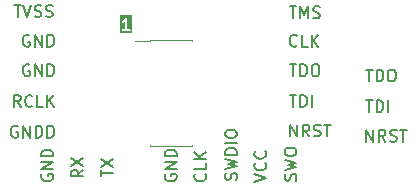
<source format=gbr>
%TF.GenerationSoftware,KiCad,Pcbnew,7.0.8-7.0.8~ubuntu22.04.1*%
%TF.CreationDate,2023-10-09T22:32:54+02:00*%
%TF.ProjectId,st_adap,73745f61-6461-4702-9e6b-696361645f70,rev?*%
%TF.SameCoordinates,Original*%
%TF.FileFunction,Legend,Top*%
%TF.FilePolarity,Positive*%
%FSLAX46Y46*%
G04 Gerber Fmt 4.6, Leading zero omitted, Abs format (unit mm)*
G04 Created by KiCad (PCBNEW 7.0.8-7.0.8~ubuntu22.04.1) date 2023-10-09 22:32:54*
%MOMM*%
%LPD*%
G01*
G04 APERTURE LIST*
%ADD10C,0.153000*%
%ADD11C,0.200000*%
%ADD12C,0.120000*%
G04 APERTURE END LIST*
D10*
X224445895Y-103019663D02*
X225017323Y-103019663D01*
X224731609Y-104019663D02*
X224731609Y-103019663D01*
X225350657Y-104019663D02*
X225350657Y-103019663D01*
X225350657Y-103019663D02*
X225588752Y-103019663D01*
X225588752Y-103019663D02*
X225731609Y-103067282D01*
X225731609Y-103067282D02*
X225826847Y-103162520D01*
X225826847Y-103162520D02*
X225874466Y-103257758D01*
X225874466Y-103257758D02*
X225922085Y-103448234D01*
X225922085Y-103448234D02*
X225922085Y-103591091D01*
X225922085Y-103591091D02*
X225874466Y-103781567D01*
X225874466Y-103781567D02*
X225826847Y-103876805D01*
X225826847Y-103876805D02*
X225731609Y-103972044D01*
X225731609Y-103972044D02*
X225588752Y-104019663D01*
X225588752Y-104019663D02*
X225350657Y-104019663D01*
X226541133Y-103019663D02*
X226731609Y-103019663D01*
X226731609Y-103019663D02*
X226826847Y-103067282D01*
X226826847Y-103067282D02*
X226922085Y-103162520D01*
X226922085Y-103162520D02*
X226969704Y-103352996D01*
X226969704Y-103352996D02*
X226969704Y-103686329D01*
X226969704Y-103686329D02*
X226922085Y-103876805D01*
X226922085Y-103876805D02*
X226826847Y-103972044D01*
X226826847Y-103972044D02*
X226731609Y-104019663D01*
X226731609Y-104019663D02*
X226541133Y-104019663D01*
X226541133Y-104019663D02*
X226445895Y-103972044D01*
X226445895Y-103972044D02*
X226350657Y-103876805D01*
X226350657Y-103876805D02*
X226303038Y-103686329D01*
X226303038Y-103686329D02*
X226303038Y-103352996D01*
X226303038Y-103352996D02*
X226350657Y-103162520D01*
X226350657Y-103162520D02*
X226445895Y-103067282D01*
X226445895Y-103067282D02*
X226541133Y-103019663D01*
X224445895Y-105619663D02*
X225017323Y-105619663D01*
X224731609Y-106619663D02*
X224731609Y-105619663D01*
X225350657Y-106619663D02*
X225350657Y-105619663D01*
X225350657Y-105619663D02*
X225588752Y-105619663D01*
X225588752Y-105619663D02*
X225731609Y-105667282D01*
X225731609Y-105667282D02*
X225826847Y-105762520D01*
X225826847Y-105762520D02*
X225874466Y-105857758D01*
X225874466Y-105857758D02*
X225922085Y-106048234D01*
X225922085Y-106048234D02*
X225922085Y-106191091D01*
X225922085Y-106191091D02*
X225874466Y-106381567D01*
X225874466Y-106381567D02*
X225826847Y-106476805D01*
X225826847Y-106476805D02*
X225731609Y-106572044D01*
X225731609Y-106572044D02*
X225588752Y-106619663D01*
X225588752Y-106619663D02*
X225350657Y-106619663D01*
X226350657Y-106619663D02*
X226350657Y-105619663D01*
X224488752Y-109119663D02*
X224488752Y-108119663D01*
X224488752Y-108119663D02*
X225060180Y-109119663D01*
X225060180Y-109119663D02*
X225060180Y-108119663D01*
X226107799Y-109119663D02*
X225774466Y-108643472D01*
X225536371Y-109119663D02*
X225536371Y-108119663D01*
X225536371Y-108119663D02*
X225917323Y-108119663D01*
X225917323Y-108119663D02*
X226012561Y-108167282D01*
X226012561Y-108167282D02*
X226060180Y-108214901D01*
X226060180Y-108214901D02*
X226107799Y-108310139D01*
X226107799Y-108310139D02*
X226107799Y-108452996D01*
X226107799Y-108452996D02*
X226060180Y-108548234D01*
X226060180Y-108548234D02*
X226012561Y-108595853D01*
X226012561Y-108595853D02*
X225917323Y-108643472D01*
X225917323Y-108643472D02*
X225536371Y-108643472D01*
X226488752Y-109072044D02*
X226631609Y-109119663D01*
X226631609Y-109119663D02*
X226869704Y-109119663D01*
X226869704Y-109119663D02*
X226964942Y-109072044D01*
X226964942Y-109072044D02*
X227012561Y-109024424D01*
X227012561Y-109024424D02*
X227060180Y-108929186D01*
X227060180Y-108929186D02*
X227060180Y-108833948D01*
X227060180Y-108833948D02*
X227012561Y-108738710D01*
X227012561Y-108738710D02*
X226964942Y-108691091D01*
X226964942Y-108691091D02*
X226869704Y-108643472D01*
X226869704Y-108643472D02*
X226679228Y-108595853D01*
X226679228Y-108595853D02*
X226583990Y-108548234D01*
X226583990Y-108548234D02*
X226536371Y-108500615D01*
X226536371Y-108500615D02*
X226488752Y-108405377D01*
X226488752Y-108405377D02*
X226488752Y-108310139D01*
X226488752Y-108310139D02*
X226536371Y-108214901D01*
X226536371Y-108214901D02*
X226583990Y-108167282D01*
X226583990Y-108167282D02*
X226679228Y-108119663D01*
X226679228Y-108119663D02*
X226917323Y-108119663D01*
X226917323Y-108119663D02*
X227060180Y-108167282D01*
X227345895Y-108119663D02*
X227917323Y-108119663D01*
X227631609Y-109119663D02*
X227631609Y-108119663D01*
X202019663Y-112054104D02*
X202019663Y-111482676D01*
X203019663Y-111768390D02*
X202019663Y-111768390D01*
X202019663Y-111244580D02*
X203019663Y-110577914D01*
X202019663Y-110577914D02*
X203019663Y-111244580D01*
X200519663Y-111489819D02*
X200043472Y-111823152D01*
X200519663Y-112061247D02*
X199519663Y-112061247D01*
X199519663Y-112061247D02*
X199519663Y-111680295D01*
X199519663Y-111680295D02*
X199567282Y-111585057D01*
X199567282Y-111585057D02*
X199614901Y-111537438D01*
X199614901Y-111537438D02*
X199710139Y-111489819D01*
X199710139Y-111489819D02*
X199852996Y-111489819D01*
X199852996Y-111489819D02*
X199948234Y-111537438D01*
X199948234Y-111537438D02*
X199995853Y-111585057D01*
X199995853Y-111585057D02*
X200043472Y-111680295D01*
X200043472Y-111680295D02*
X200043472Y-112061247D01*
X199519663Y-111156485D02*
X200519663Y-110489819D01*
X199519663Y-110489819D02*
X200519663Y-111156485D01*
X197017282Y-111887438D02*
X196969663Y-111982676D01*
X196969663Y-111982676D02*
X196969663Y-112125533D01*
X196969663Y-112125533D02*
X197017282Y-112268390D01*
X197017282Y-112268390D02*
X197112520Y-112363628D01*
X197112520Y-112363628D02*
X197207758Y-112411247D01*
X197207758Y-112411247D02*
X197398234Y-112458866D01*
X197398234Y-112458866D02*
X197541091Y-112458866D01*
X197541091Y-112458866D02*
X197731567Y-112411247D01*
X197731567Y-112411247D02*
X197826805Y-112363628D01*
X197826805Y-112363628D02*
X197922044Y-112268390D01*
X197922044Y-112268390D02*
X197969663Y-112125533D01*
X197969663Y-112125533D02*
X197969663Y-112030295D01*
X197969663Y-112030295D02*
X197922044Y-111887438D01*
X197922044Y-111887438D02*
X197874424Y-111839819D01*
X197874424Y-111839819D02*
X197541091Y-111839819D01*
X197541091Y-111839819D02*
X197541091Y-112030295D01*
X197969663Y-111411247D02*
X196969663Y-111411247D01*
X196969663Y-111411247D02*
X197969663Y-110839819D01*
X197969663Y-110839819D02*
X196969663Y-110839819D01*
X197969663Y-110363628D02*
X196969663Y-110363628D01*
X196969663Y-110363628D02*
X196969663Y-110125533D01*
X196969663Y-110125533D02*
X197017282Y-109982676D01*
X197017282Y-109982676D02*
X197112520Y-109887438D01*
X197112520Y-109887438D02*
X197207758Y-109839819D01*
X197207758Y-109839819D02*
X197398234Y-109792200D01*
X197398234Y-109792200D02*
X197541091Y-109792200D01*
X197541091Y-109792200D02*
X197731567Y-109839819D01*
X197731567Y-109839819D02*
X197826805Y-109887438D01*
X197826805Y-109887438D02*
X197922044Y-109982676D01*
X197922044Y-109982676D02*
X197969663Y-110125533D01*
X197969663Y-110125533D02*
X197969663Y-110363628D01*
X207467282Y-111887438D02*
X207419663Y-111982676D01*
X207419663Y-111982676D02*
X207419663Y-112125533D01*
X207419663Y-112125533D02*
X207467282Y-112268390D01*
X207467282Y-112268390D02*
X207562520Y-112363628D01*
X207562520Y-112363628D02*
X207657758Y-112411247D01*
X207657758Y-112411247D02*
X207848234Y-112458866D01*
X207848234Y-112458866D02*
X207991091Y-112458866D01*
X207991091Y-112458866D02*
X208181567Y-112411247D01*
X208181567Y-112411247D02*
X208276805Y-112363628D01*
X208276805Y-112363628D02*
X208372044Y-112268390D01*
X208372044Y-112268390D02*
X208419663Y-112125533D01*
X208419663Y-112125533D02*
X208419663Y-112030295D01*
X208419663Y-112030295D02*
X208372044Y-111887438D01*
X208372044Y-111887438D02*
X208324424Y-111839819D01*
X208324424Y-111839819D02*
X207991091Y-111839819D01*
X207991091Y-111839819D02*
X207991091Y-112030295D01*
X208419663Y-111411247D02*
X207419663Y-111411247D01*
X207419663Y-111411247D02*
X208419663Y-110839819D01*
X208419663Y-110839819D02*
X207419663Y-110839819D01*
X208419663Y-110363628D02*
X207419663Y-110363628D01*
X207419663Y-110363628D02*
X207419663Y-110125533D01*
X207419663Y-110125533D02*
X207467282Y-109982676D01*
X207467282Y-109982676D02*
X207562520Y-109887438D01*
X207562520Y-109887438D02*
X207657758Y-109839819D01*
X207657758Y-109839819D02*
X207848234Y-109792200D01*
X207848234Y-109792200D02*
X207991091Y-109792200D01*
X207991091Y-109792200D02*
X208181567Y-109839819D01*
X208181567Y-109839819D02*
X208276805Y-109887438D01*
X208276805Y-109887438D02*
X208372044Y-109982676D01*
X208372044Y-109982676D02*
X208419663Y-110125533D01*
X208419663Y-110125533D02*
X208419663Y-110363628D01*
X210824424Y-111839819D02*
X210872044Y-111887438D01*
X210872044Y-111887438D02*
X210919663Y-112030295D01*
X210919663Y-112030295D02*
X210919663Y-112125533D01*
X210919663Y-112125533D02*
X210872044Y-112268390D01*
X210872044Y-112268390D02*
X210776805Y-112363628D01*
X210776805Y-112363628D02*
X210681567Y-112411247D01*
X210681567Y-112411247D02*
X210491091Y-112458866D01*
X210491091Y-112458866D02*
X210348234Y-112458866D01*
X210348234Y-112458866D02*
X210157758Y-112411247D01*
X210157758Y-112411247D02*
X210062520Y-112363628D01*
X210062520Y-112363628D02*
X209967282Y-112268390D01*
X209967282Y-112268390D02*
X209919663Y-112125533D01*
X209919663Y-112125533D02*
X209919663Y-112030295D01*
X209919663Y-112030295D02*
X209967282Y-111887438D01*
X209967282Y-111887438D02*
X210014901Y-111839819D01*
X210919663Y-110935057D02*
X210919663Y-111411247D01*
X210919663Y-111411247D02*
X209919663Y-111411247D01*
X210919663Y-110601723D02*
X209919663Y-110601723D01*
X210919663Y-110030295D02*
X210348234Y-110458866D01*
X209919663Y-110030295D02*
X210491091Y-110601723D01*
X213472044Y-112358866D02*
X213519663Y-112216009D01*
X213519663Y-112216009D02*
X213519663Y-111977914D01*
X213519663Y-111977914D02*
X213472044Y-111882676D01*
X213472044Y-111882676D02*
X213424424Y-111835057D01*
X213424424Y-111835057D02*
X213329186Y-111787438D01*
X213329186Y-111787438D02*
X213233948Y-111787438D01*
X213233948Y-111787438D02*
X213138710Y-111835057D01*
X213138710Y-111835057D02*
X213091091Y-111882676D01*
X213091091Y-111882676D02*
X213043472Y-111977914D01*
X213043472Y-111977914D02*
X212995853Y-112168390D01*
X212995853Y-112168390D02*
X212948234Y-112263628D01*
X212948234Y-112263628D02*
X212900615Y-112311247D01*
X212900615Y-112311247D02*
X212805377Y-112358866D01*
X212805377Y-112358866D02*
X212710139Y-112358866D01*
X212710139Y-112358866D02*
X212614901Y-112311247D01*
X212614901Y-112311247D02*
X212567282Y-112263628D01*
X212567282Y-112263628D02*
X212519663Y-112168390D01*
X212519663Y-112168390D02*
X212519663Y-111930295D01*
X212519663Y-111930295D02*
X212567282Y-111787438D01*
X212519663Y-111454104D02*
X213519663Y-111216009D01*
X213519663Y-111216009D02*
X212805377Y-111025533D01*
X212805377Y-111025533D02*
X213519663Y-110835057D01*
X213519663Y-110835057D02*
X212519663Y-110596962D01*
X213519663Y-110216009D02*
X212519663Y-110216009D01*
X212519663Y-110216009D02*
X212519663Y-109977914D01*
X212519663Y-109977914D02*
X212567282Y-109835057D01*
X212567282Y-109835057D02*
X212662520Y-109739819D01*
X212662520Y-109739819D02*
X212757758Y-109692200D01*
X212757758Y-109692200D02*
X212948234Y-109644581D01*
X212948234Y-109644581D02*
X213091091Y-109644581D01*
X213091091Y-109644581D02*
X213281567Y-109692200D01*
X213281567Y-109692200D02*
X213376805Y-109739819D01*
X213376805Y-109739819D02*
X213472044Y-109835057D01*
X213472044Y-109835057D02*
X213519663Y-109977914D01*
X213519663Y-109977914D02*
X213519663Y-110216009D01*
X213519663Y-109216009D02*
X212519663Y-109216009D01*
X212519663Y-108549343D02*
X212519663Y-108358867D01*
X212519663Y-108358867D02*
X212567282Y-108263629D01*
X212567282Y-108263629D02*
X212662520Y-108168391D01*
X212662520Y-108168391D02*
X212852996Y-108120772D01*
X212852996Y-108120772D02*
X213186329Y-108120772D01*
X213186329Y-108120772D02*
X213376805Y-108168391D01*
X213376805Y-108168391D02*
X213472044Y-108263629D01*
X213472044Y-108263629D02*
X213519663Y-108358867D01*
X213519663Y-108358867D02*
X213519663Y-108549343D01*
X213519663Y-108549343D02*
X213472044Y-108644581D01*
X213472044Y-108644581D02*
X213376805Y-108739819D01*
X213376805Y-108739819D02*
X213186329Y-108787438D01*
X213186329Y-108787438D02*
X212852996Y-108787438D01*
X212852996Y-108787438D02*
X212662520Y-108739819D01*
X212662520Y-108739819D02*
X212567282Y-108644581D01*
X212567282Y-108644581D02*
X212519663Y-108549343D01*
X215019663Y-112504104D02*
X216019663Y-112170771D01*
X216019663Y-112170771D02*
X215019663Y-111837438D01*
X215924424Y-110932676D02*
X215972044Y-110980295D01*
X215972044Y-110980295D02*
X216019663Y-111123152D01*
X216019663Y-111123152D02*
X216019663Y-111218390D01*
X216019663Y-111218390D02*
X215972044Y-111361247D01*
X215972044Y-111361247D02*
X215876805Y-111456485D01*
X215876805Y-111456485D02*
X215781567Y-111504104D01*
X215781567Y-111504104D02*
X215591091Y-111551723D01*
X215591091Y-111551723D02*
X215448234Y-111551723D01*
X215448234Y-111551723D02*
X215257758Y-111504104D01*
X215257758Y-111504104D02*
X215162520Y-111456485D01*
X215162520Y-111456485D02*
X215067282Y-111361247D01*
X215067282Y-111361247D02*
X215019663Y-111218390D01*
X215019663Y-111218390D02*
X215019663Y-111123152D01*
X215019663Y-111123152D02*
X215067282Y-110980295D01*
X215067282Y-110980295D02*
X215114901Y-110932676D01*
X215924424Y-109932676D02*
X215972044Y-109980295D01*
X215972044Y-109980295D02*
X216019663Y-110123152D01*
X216019663Y-110123152D02*
X216019663Y-110218390D01*
X216019663Y-110218390D02*
X215972044Y-110361247D01*
X215972044Y-110361247D02*
X215876805Y-110456485D01*
X215876805Y-110456485D02*
X215781567Y-110504104D01*
X215781567Y-110504104D02*
X215591091Y-110551723D01*
X215591091Y-110551723D02*
X215448234Y-110551723D01*
X215448234Y-110551723D02*
X215257758Y-110504104D01*
X215257758Y-110504104D02*
X215162520Y-110456485D01*
X215162520Y-110456485D02*
X215067282Y-110361247D01*
X215067282Y-110361247D02*
X215019663Y-110218390D01*
X215019663Y-110218390D02*
X215019663Y-110123152D01*
X215019663Y-110123152D02*
X215067282Y-109980295D01*
X215067282Y-109980295D02*
X215114901Y-109932676D01*
X218522044Y-112408866D02*
X218569663Y-112266009D01*
X218569663Y-112266009D02*
X218569663Y-112027914D01*
X218569663Y-112027914D02*
X218522044Y-111932676D01*
X218522044Y-111932676D02*
X218474424Y-111885057D01*
X218474424Y-111885057D02*
X218379186Y-111837438D01*
X218379186Y-111837438D02*
X218283948Y-111837438D01*
X218283948Y-111837438D02*
X218188710Y-111885057D01*
X218188710Y-111885057D02*
X218141091Y-111932676D01*
X218141091Y-111932676D02*
X218093472Y-112027914D01*
X218093472Y-112027914D02*
X218045853Y-112218390D01*
X218045853Y-112218390D02*
X217998234Y-112313628D01*
X217998234Y-112313628D02*
X217950615Y-112361247D01*
X217950615Y-112361247D02*
X217855377Y-112408866D01*
X217855377Y-112408866D02*
X217760139Y-112408866D01*
X217760139Y-112408866D02*
X217664901Y-112361247D01*
X217664901Y-112361247D02*
X217617282Y-112313628D01*
X217617282Y-112313628D02*
X217569663Y-112218390D01*
X217569663Y-112218390D02*
X217569663Y-111980295D01*
X217569663Y-111980295D02*
X217617282Y-111837438D01*
X217569663Y-111504104D02*
X218569663Y-111266009D01*
X218569663Y-111266009D02*
X217855377Y-111075533D01*
X217855377Y-111075533D02*
X218569663Y-110885057D01*
X218569663Y-110885057D02*
X217569663Y-110646962D01*
X217569663Y-110075533D02*
X217569663Y-109885057D01*
X217569663Y-109885057D02*
X217617282Y-109789819D01*
X217617282Y-109789819D02*
X217712520Y-109694581D01*
X217712520Y-109694581D02*
X217902996Y-109646962D01*
X217902996Y-109646962D02*
X218236329Y-109646962D01*
X218236329Y-109646962D02*
X218426805Y-109694581D01*
X218426805Y-109694581D02*
X218522044Y-109789819D01*
X218522044Y-109789819D02*
X218569663Y-109885057D01*
X218569663Y-109885057D02*
X218569663Y-110075533D01*
X218569663Y-110075533D02*
X218522044Y-110170771D01*
X218522044Y-110170771D02*
X218426805Y-110266009D01*
X218426805Y-110266009D02*
X218236329Y-110313628D01*
X218236329Y-110313628D02*
X217902996Y-110313628D01*
X217902996Y-110313628D02*
X217712520Y-110266009D01*
X217712520Y-110266009D02*
X217617282Y-110170771D01*
X217617282Y-110170771D02*
X217569663Y-110075533D01*
X194695895Y-97569663D02*
X195267323Y-97569663D01*
X194981609Y-98569663D02*
X194981609Y-97569663D01*
X195457800Y-97569663D02*
X195791133Y-98569663D01*
X195791133Y-98569663D02*
X196124466Y-97569663D01*
X196410181Y-98522044D02*
X196553038Y-98569663D01*
X196553038Y-98569663D02*
X196791133Y-98569663D01*
X196791133Y-98569663D02*
X196886371Y-98522044D01*
X196886371Y-98522044D02*
X196933990Y-98474424D01*
X196933990Y-98474424D02*
X196981609Y-98379186D01*
X196981609Y-98379186D02*
X196981609Y-98283948D01*
X196981609Y-98283948D02*
X196933990Y-98188710D01*
X196933990Y-98188710D02*
X196886371Y-98141091D01*
X196886371Y-98141091D02*
X196791133Y-98093472D01*
X196791133Y-98093472D02*
X196600657Y-98045853D01*
X196600657Y-98045853D02*
X196505419Y-97998234D01*
X196505419Y-97998234D02*
X196457800Y-97950615D01*
X196457800Y-97950615D02*
X196410181Y-97855377D01*
X196410181Y-97855377D02*
X196410181Y-97760139D01*
X196410181Y-97760139D02*
X196457800Y-97664901D01*
X196457800Y-97664901D02*
X196505419Y-97617282D01*
X196505419Y-97617282D02*
X196600657Y-97569663D01*
X196600657Y-97569663D02*
X196838752Y-97569663D01*
X196838752Y-97569663D02*
X196981609Y-97617282D01*
X197362562Y-98522044D02*
X197505419Y-98569663D01*
X197505419Y-98569663D02*
X197743514Y-98569663D01*
X197743514Y-98569663D02*
X197838752Y-98522044D01*
X197838752Y-98522044D02*
X197886371Y-98474424D01*
X197886371Y-98474424D02*
X197933990Y-98379186D01*
X197933990Y-98379186D02*
X197933990Y-98283948D01*
X197933990Y-98283948D02*
X197886371Y-98188710D01*
X197886371Y-98188710D02*
X197838752Y-98141091D01*
X197838752Y-98141091D02*
X197743514Y-98093472D01*
X197743514Y-98093472D02*
X197553038Y-98045853D01*
X197553038Y-98045853D02*
X197457800Y-97998234D01*
X197457800Y-97998234D02*
X197410181Y-97950615D01*
X197410181Y-97950615D02*
X197362562Y-97855377D01*
X197362562Y-97855377D02*
X197362562Y-97760139D01*
X197362562Y-97760139D02*
X197410181Y-97664901D01*
X197410181Y-97664901D02*
X197457800Y-97617282D01*
X197457800Y-97617282D02*
X197553038Y-97569663D01*
X197553038Y-97569663D02*
X197791133Y-97569663D01*
X197791133Y-97569663D02*
X197933990Y-97617282D01*
X195962561Y-102617282D02*
X195867323Y-102569663D01*
X195867323Y-102569663D02*
X195724466Y-102569663D01*
X195724466Y-102569663D02*
X195581609Y-102617282D01*
X195581609Y-102617282D02*
X195486371Y-102712520D01*
X195486371Y-102712520D02*
X195438752Y-102807758D01*
X195438752Y-102807758D02*
X195391133Y-102998234D01*
X195391133Y-102998234D02*
X195391133Y-103141091D01*
X195391133Y-103141091D02*
X195438752Y-103331567D01*
X195438752Y-103331567D02*
X195486371Y-103426805D01*
X195486371Y-103426805D02*
X195581609Y-103522044D01*
X195581609Y-103522044D02*
X195724466Y-103569663D01*
X195724466Y-103569663D02*
X195819704Y-103569663D01*
X195819704Y-103569663D02*
X195962561Y-103522044D01*
X195962561Y-103522044D02*
X196010180Y-103474424D01*
X196010180Y-103474424D02*
X196010180Y-103141091D01*
X196010180Y-103141091D02*
X195819704Y-103141091D01*
X196438752Y-103569663D02*
X196438752Y-102569663D01*
X196438752Y-102569663D02*
X197010180Y-103569663D01*
X197010180Y-103569663D02*
X197010180Y-102569663D01*
X197486371Y-103569663D02*
X197486371Y-102569663D01*
X197486371Y-102569663D02*
X197724466Y-102569663D01*
X197724466Y-102569663D02*
X197867323Y-102617282D01*
X197867323Y-102617282D02*
X197962561Y-102712520D01*
X197962561Y-102712520D02*
X198010180Y-102807758D01*
X198010180Y-102807758D02*
X198057799Y-102998234D01*
X198057799Y-102998234D02*
X198057799Y-103141091D01*
X198057799Y-103141091D02*
X198010180Y-103331567D01*
X198010180Y-103331567D02*
X197962561Y-103426805D01*
X197962561Y-103426805D02*
X197867323Y-103522044D01*
X197867323Y-103522044D02*
X197724466Y-103569663D01*
X197724466Y-103569663D02*
X197486371Y-103569663D01*
X195210180Y-106169663D02*
X194876847Y-105693472D01*
X194638752Y-106169663D02*
X194638752Y-105169663D01*
X194638752Y-105169663D02*
X195019704Y-105169663D01*
X195019704Y-105169663D02*
X195114942Y-105217282D01*
X195114942Y-105217282D02*
X195162561Y-105264901D01*
X195162561Y-105264901D02*
X195210180Y-105360139D01*
X195210180Y-105360139D02*
X195210180Y-105502996D01*
X195210180Y-105502996D02*
X195162561Y-105598234D01*
X195162561Y-105598234D02*
X195114942Y-105645853D01*
X195114942Y-105645853D02*
X195019704Y-105693472D01*
X195019704Y-105693472D02*
X194638752Y-105693472D01*
X196210180Y-106074424D02*
X196162561Y-106122044D01*
X196162561Y-106122044D02*
X196019704Y-106169663D01*
X196019704Y-106169663D02*
X195924466Y-106169663D01*
X195924466Y-106169663D02*
X195781609Y-106122044D01*
X195781609Y-106122044D02*
X195686371Y-106026805D01*
X195686371Y-106026805D02*
X195638752Y-105931567D01*
X195638752Y-105931567D02*
X195591133Y-105741091D01*
X195591133Y-105741091D02*
X195591133Y-105598234D01*
X195591133Y-105598234D02*
X195638752Y-105407758D01*
X195638752Y-105407758D02*
X195686371Y-105312520D01*
X195686371Y-105312520D02*
X195781609Y-105217282D01*
X195781609Y-105217282D02*
X195924466Y-105169663D01*
X195924466Y-105169663D02*
X196019704Y-105169663D01*
X196019704Y-105169663D02*
X196162561Y-105217282D01*
X196162561Y-105217282D02*
X196210180Y-105264901D01*
X197114942Y-106169663D02*
X196638752Y-106169663D01*
X196638752Y-106169663D02*
X196638752Y-105169663D01*
X197448276Y-106169663D02*
X197448276Y-105169663D01*
X198019704Y-106169663D02*
X197591133Y-105598234D01*
X198019704Y-105169663D02*
X197448276Y-105741091D01*
X195962561Y-100117282D02*
X195867323Y-100069663D01*
X195867323Y-100069663D02*
X195724466Y-100069663D01*
X195724466Y-100069663D02*
X195581609Y-100117282D01*
X195581609Y-100117282D02*
X195486371Y-100212520D01*
X195486371Y-100212520D02*
X195438752Y-100307758D01*
X195438752Y-100307758D02*
X195391133Y-100498234D01*
X195391133Y-100498234D02*
X195391133Y-100641091D01*
X195391133Y-100641091D02*
X195438752Y-100831567D01*
X195438752Y-100831567D02*
X195486371Y-100926805D01*
X195486371Y-100926805D02*
X195581609Y-101022044D01*
X195581609Y-101022044D02*
X195724466Y-101069663D01*
X195724466Y-101069663D02*
X195819704Y-101069663D01*
X195819704Y-101069663D02*
X195962561Y-101022044D01*
X195962561Y-101022044D02*
X196010180Y-100974424D01*
X196010180Y-100974424D02*
X196010180Y-100641091D01*
X196010180Y-100641091D02*
X195819704Y-100641091D01*
X196438752Y-101069663D02*
X196438752Y-100069663D01*
X196438752Y-100069663D02*
X197010180Y-101069663D01*
X197010180Y-101069663D02*
X197010180Y-100069663D01*
X197486371Y-101069663D02*
X197486371Y-100069663D01*
X197486371Y-100069663D02*
X197724466Y-100069663D01*
X197724466Y-100069663D02*
X197867323Y-100117282D01*
X197867323Y-100117282D02*
X197962561Y-100212520D01*
X197962561Y-100212520D02*
X198010180Y-100307758D01*
X198010180Y-100307758D02*
X198057799Y-100498234D01*
X198057799Y-100498234D02*
X198057799Y-100641091D01*
X198057799Y-100641091D02*
X198010180Y-100831567D01*
X198010180Y-100831567D02*
X197962561Y-100926805D01*
X197962561Y-100926805D02*
X197867323Y-101022044D01*
X197867323Y-101022044D02*
X197724466Y-101069663D01*
X197724466Y-101069663D02*
X197486371Y-101069663D01*
X194962561Y-107817282D02*
X194867323Y-107769663D01*
X194867323Y-107769663D02*
X194724466Y-107769663D01*
X194724466Y-107769663D02*
X194581609Y-107817282D01*
X194581609Y-107817282D02*
X194486371Y-107912520D01*
X194486371Y-107912520D02*
X194438752Y-108007758D01*
X194438752Y-108007758D02*
X194391133Y-108198234D01*
X194391133Y-108198234D02*
X194391133Y-108341091D01*
X194391133Y-108341091D02*
X194438752Y-108531567D01*
X194438752Y-108531567D02*
X194486371Y-108626805D01*
X194486371Y-108626805D02*
X194581609Y-108722044D01*
X194581609Y-108722044D02*
X194724466Y-108769663D01*
X194724466Y-108769663D02*
X194819704Y-108769663D01*
X194819704Y-108769663D02*
X194962561Y-108722044D01*
X194962561Y-108722044D02*
X195010180Y-108674424D01*
X195010180Y-108674424D02*
X195010180Y-108341091D01*
X195010180Y-108341091D02*
X194819704Y-108341091D01*
X195438752Y-108769663D02*
X195438752Y-107769663D01*
X195438752Y-107769663D02*
X196010180Y-108769663D01*
X196010180Y-108769663D02*
X196010180Y-107769663D01*
X196486371Y-108769663D02*
X196486371Y-107769663D01*
X196486371Y-107769663D02*
X196724466Y-107769663D01*
X196724466Y-107769663D02*
X196867323Y-107817282D01*
X196867323Y-107817282D02*
X196962561Y-107912520D01*
X196962561Y-107912520D02*
X197010180Y-108007758D01*
X197010180Y-108007758D02*
X197057799Y-108198234D01*
X197057799Y-108198234D02*
X197057799Y-108341091D01*
X197057799Y-108341091D02*
X197010180Y-108531567D01*
X197010180Y-108531567D02*
X196962561Y-108626805D01*
X196962561Y-108626805D02*
X196867323Y-108722044D01*
X196867323Y-108722044D02*
X196724466Y-108769663D01*
X196724466Y-108769663D02*
X196486371Y-108769663D01*
X197486371Y-108769663D02*
X197486371Y-107769663D01*
X197486371Y-107769663D02*
X197724466Y-107769663D01*
X197724466Y-107769663D02*
X197867323Y-107817282D01*
X197867323Y-107817282D02*
X197962561Y-107912520D01*
X197962561Y-107912520D02*
X198010180Y-108007758D01*
X198010180Y-108007758D02*
X198057799Y-108198234D01*
X198057799Y-108198234D02*
X198057799Y-108341091D01*
X198057799Y-108341091D02*
X198010180Y-108531567D01*
X198010180Y-108531567D02*
X197962561Y-108626805D01*
X197962561Y-108626805D02*
X197867323Y-108722044D01*
X197867323Y-108722044D02*
X197724466Y-108769663D01*
X197724466Y-108769663D02*
X197486371Y-108769663D01*
X218038752Y-108669663D02*
X218038752Y-107669663D01*
X218038752Y-107669663D02*
X218610180Y-108669663D01*
X218610180Y-108669663D02*
X218610180Y-107669663D01*
X219657799Y-108669663D02*
X219324466Y-108193472D01*
X219086371Y-108669663D02*
X219086371Y-107669663D01*
X219086371Y-107669663D02*
X219467323Y-107669663D01*
X219467323Y-107669663D02*
X219562561Y-107717282D01*
X219562561Y-107717282D02*
X219610180Y-107764901D01*
X219610180Y-107764901D02*
X219657799Y-107860139D01*
X219657799Y-107860139D02*
X219657799Y-108002996D01*
X219657799Y-108002996D02*
X219610180Y-108098234D01*
X219610180Y-108098234D02*
X219562561Y-108145853D01*
X219562561Y-108145853D02*
X219467323Y-108193472D01*
X219467323Y-108193472D02*
X219086371Y-108193472D01*
X220038752Y-108622044D02*
X220181609Y-108669663D01*
X220181609Y-108669663D02*
X220419704Y-108669663D01*
X220419704Y-108669663D02*
X220514942Y-108622044D01*
X220514942Y-108622044D02*
X220562561Y-108574424D01*
X220562561Y-108574424D02*
X220610180Y-108479186D01*
X220610180Y-108479186D02*
X220610180Y-108383948D01*
X220610180Y-108383948D02*
X220562561Y-108288710D01*
X220562561Y-108288710D02*
X220514942Y-108241091D01*
X220514942Y-108241091D02*
X220419704Y-108193472D01*
X220419704Y-108193472D02*
X220229228Y-108145853D01*
X220229228Y-108145853D02*
X220133990Y-108098234D01*
X220133990Y-108098234D02*
X220086371Y-108050615D01*
X220086371Y-108050615D02*
X220038752Y-107955377D01*
X220038752Y-107955377D02*
X220038752Y-107860139D01*
X220038752Y-107860139D02*
X220086371Y-107764901D01*
X220086371Y-107764901D02*
X220133990Y-107717282D01*
X220133990Y-107717282D02*
X220229228Y-107669663D01*
X220229228Y-107669663D02*
X220467323Y-107669663D01*
X220467323Y-107669663D02*
X220610180Y-107717282D01*
X220895895Y-107669663D02*
X221467323Y-107669663D01*
X221181609Y-108669663D02*
X221181609Y-107669663D01*
X217995895Y-105169663D02*
X218567323Y-105169663D01*
X218281609Y-106169663D02*
X218281609Y-105169663D01*
X218900657Y-106169663D02*
X218900657Y-105169663D01*
X218900657Y-105169663D02*
X219138752Y-105169663D01*
X219138752Y-105169663D02*
X219281609Y-105217282D01*
X219281609Y-105217282D02*
X219376847Y-105312520D01*
X219376847Y-105312520D02*
X219424466Y-105407758D01*
X219424466Y-105407758D02*
X219472085Y-105598234D01*
X219472085Y-105598234D02*
X219472085Y-105741091D01*
X219472085Y-105741091D02*
X219424466Y-105931567D01*
X219424466Y-105931567D02*
X219376847Y-106026805D01*
X219376847Y-106026805D02*
X219281609Y-106122044D01*
X219281609Y-106122044D02*
X219138752Y-106169663D01*
X219138752Y-106169663D02*
X218900657Y-106169663D01*
X219900657Y-106169663D02*
X219900657Y-105169663D01*
X217995895Y-102569663D02*
X218567323Y-102569663D01*
X218281609Y-103569663D02*
X218281609Y-102569663D01*
X218900657Y-103569663D02*
X218900657Y-102569663D01*
X218900657Y-102569663D02*
X219138752Y-102569663D01*
X219138752Y-102569663D02*
X219281609Y-102617282D01*
X219281609Y-102617282D02*
X219376847Y-102712520D01*
X219376847Y-102712520D02*
X219424466Y-102807758D01*
X219424466Y-102807758D02*
X219472085Y-102998234D01*
X219472085Y-102998234D02*
X219472085Y-103141091D01*
X219472085Y-103141091D02*
X219424466Y-103331567D01*
X219424466Y-103331567D02*
X219376847Y-103426805D01*
X219376847Y-103426805D02*
X219281609Y-103522044D01*
X219281609Y-103522044D02*
X219138752Y-103569663D01*
X219138752Y-103569663D02*
X218900657Y-103569663D01*
X220091133Y-102569663D02*
X220281609Y-102569663D01*
X220281609Y-102569663D02*
X220376847Y-102617282D01*
X220376847Y-102617282D02*
X220472085Y-102712520D01*
X220472085Y-102712520D02*
X220519704Y-102902996D01*
X220519704Y-102902996D02*
X220519704Y-103236329D01*
X220519704Y-103236329D02*
X220472085Y-103426805D01*
X220472085Y-103426805D02*
X220376847Y-103522044D01*
X220376847Y-103522044D02*
X220281609Y-103569663D01*
X220281609Y-103569663D02*
X220091133Y-103569663D01*
X220091133Y-103569663D02*
X219995895Y-103522044D01*
X219995895Y-103522044D02*
X219900657Y-103426805D01*
X219900657Y-103426805D02*
X219853038Y-103236329D01*
X219853038Y-103236329D02*
X219853038Y-102902996D01*
X219853038Y-102902996D02*
X219900657Y-102712520D01*
X219900657Y-102712520D02*
X219995895Y-102617282D01*
X219995895Y-102617282D02*
X220091133Y-102569663D01*
X218610180Y-100974424D02*
X218562561Y-101022044D01*
X218562561Y-101022044D02*
X218419704Y-101069663D01*
X218419704Y-101069663D02*
X218324466Y-101069663D01*
X218324466Y-101069663D02*
X218181609Y-101022044D01*
X218181609Y-101022044D02*
X218086371Y-100926805D01*
X218086371Y-100926805D02*
X218038752Y-100831567D01*
X218038752Y-100831567D02*
X217991133Y-100641091D01*
X217991133Y-100641091D02*
X217991133Y-100498234D01*
X217991133Y-100498234D02*
X218038752Y-100307758D01*
X218038752Y-100307758D02*
X218086371Y-100212520D01*
X218086371Y-100212520D02*
X218181609Y-100117282D01*
X218181609Y-100117282D02*
X218324466Y-100069663D01*
X218324466Y-100069663D02*
X218419704Y-100069663D01*
X218419704Y-100069663D02*
X218562561Y-100117282D01*
X218562561Y-100117282D02*
X218610180Y-100164901D01*
X219514942Y-101069663D02*
X219038752Y-101069663D01*
X219038752Y-101069663D02*
X219038752Y-100069663D01*
X219848276Y-101069663D02*
X219848276Y-100069663D01*
X220419704Y-101069663D02*
X219991133Y-100498234D01*
X220419704Y-100069663D02*
X219848276Y-100641091D01*
X217995895Y-97669663D02*
X218567323Y-97669663D01*
X218281609Y-98669663D02*
X218281609Y-97669663D01*
X218900657Y-98669663D02*
X218900657Y-97669663D01*
X218900657Y-97669663D02*
X219233990Y-98383948D01*
X219233990Y-98383948D02*
X219567323Y-97669663D01*
X219567323Y-97669663D02*
X219567323Y-98669663D01*
X219995895Y-98622044D02*
X220138752Y-98669663D01*
X220138752Y-98669663D02*
X220376847Y-98669663D01*
X220376847Y-98669663D02*
X220472085Y-98622044D01*
X220472085Y-98622044D02*
X220519704Y-98574424D01*
X220519704Y-98574424D02*
X220567323Y-98479186D01*
X220567323Y-98479186D02*
X220567323Y-98383948D01*
X220567323Y-98383948D02*
X220519704Y-98288710D01*
X220519704Y-98288710D02*
X220472085Y-98241091D01*
X220472085Y-98241091D02*
X220376847Y-98193472D01*
X220376847Y-98193472D02*
X220186371Y-98145853D01*
X220186371Y-98145853D02*
X220091133Y-98098234D01*
X220091133Y-98098234D02*
X220043514Y-98050615D01*
X220043514Y-98050615D02*
X219995895Y-97955377D01*
X219995895Y-97955377D02*
X219995895Y-97860139D01*
X219995895Y-97860139D02*
X220043514Y-97764901D01*
X220043514Y-97764901D02*
X220091133Y-97717282D01*
X220091133Y-97717282D02*
X220186371Y-97669663D01*
X220186371Y-97669663D02*
X220424466Y-97669663D01*
X220424466Y-97669663D02*
X220567323Y-97717282D01*
D11*
G36*
X204681445Y-99910076D02*
G01*
X203630312Y-99910076D01*
X203630312Y-98967826D01*
X203773169Y-98967826D01*
X203800808Y-99023105D01*
X203855661Y-99051581D01*
X203916775Y-99042376D01*
X204012013Y-98994757D01*
X204023560Y-98983383D01*
X204038003Y-98976025D01*
X204057768Y-98956260D01*
X204057768Y-99567219D01*
X203872054Y-99567219D01*
X203813275Y-99586317D01*
X203776948Y-99636317D01*
X203776948Y-99698121D01*
X203813275Y-99748121D01*
X203872054Y-99767219D01*
X204443482Y-99767219D01*
X204502261Y-99748121D01*
X204538588Y-99698121D01*
X204538588Y-99636317D01*
X204502261Y-99586317D01*
X204443482Y-99567219D01*
X204257768Y-99567219D01*
X204257768Y-98667219D01*
X204257117Y-98665216D01*
X204257687Y-98663188D01*
X204247625Y-98636003D01*
X204238670Y-98608440D01*
X204236965Y-98607201D01*
X204236235Y-98605227D01*
X204212116Y-98589148D01*
X204188670Y-98572113D01*
X204186564Y-98572113D01*
X204184811Y-98570944D01*
X204155831Y-98572113D01*
X204126866Y-98572113D01*
X204125163Y-98573350D01*
X204123058Y-98573435D01*
X204100314Y-98591403D01*
X204076866Y-98608440D01*
X204076214Y-98610443D01*
X204074563Y-98611749D01*
X203984819Y-98746365D01*
X203908055Y-98823128D01*
X203827333Y-98863490D01*
X203783300Y-98906859D01*
X203773169Y-98967826D01*
X203630312Y-98967826D01*
X203630312Y-98428087D01*
X204681445Y-98428087D01*
X204681445Y-99910076D01*
G37*
D12*
%TO.C,J1*%
X206185000Y-100495000D02*
X206185000Y-100560000D01*
X209715000Y-109440000D02*
X209715000Y-109505000D01*
X204860000Y-100560000D02*
X206185000Y-100560000D01*
X209715000Y-100495000D02*
X209715000Y-100560000D01*
X206185000Y-100495000D02*
X209715000Y-100495000D01*
X206185000Y-109440000D02*
X206185000Y-109505000D01*
X206185000Y-109505000D02*
X209715000Y-109505000D01*
%TD*%
M02*

</source>
